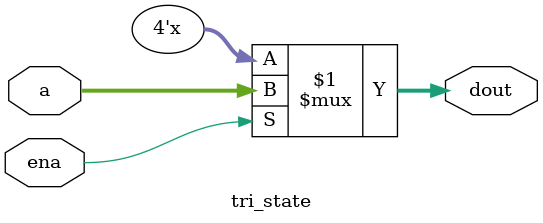
<source format=v>
`timescale 1ns / 1ps


module tri_state(
    input [3:0]a,
    input ena,
    output [3:0]dout
    );
    assign dout = ena ? a:4'bzzzz;    
endmodule


</source>
